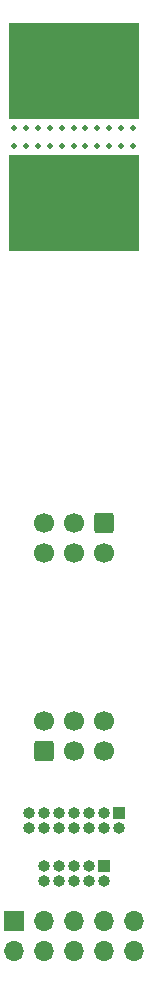
<source format=gbs>
G04 #@! TF.GenerationSoftware,KiCad,Pcbnew,7.0.10*
G04 #@! TF.CreationDate,2024-01-06T05:40:10+01:00*
G04 #@! TF.ProjectId,universal-tc2030,756e6976-6572-4736-916c-2d7463323033,rev?*
G04 #@! TF.SameCoordinates,Original*
G04 #@! TF.FileFunction,Soldermask,Bot*
G04 #@! TF.FilePolarity,Negative*
%FSLAX46Y46*%
G04 Gerber Fmt 4.6, Leading zero omitted, Abs format (unit mm)*
G04 Created by KiCad (PCBNEW 7.0.10) date 2024-01-06 05:40:10*
%MOMM*%
%LPD*%
G01*
G04 APERTURE LIST*
G04 Aperture macros list*
%AMRoundRect*
0 Rectangle with rounded corners*
0 $1 Rounding radius*
0 $2 $3 $4 $5 $6 $7 $8 $9 X,Y pos of 4 corners*
0 Add a 4 corners polygon primitive as box body*
4,1,4,$2,$3,$4,$5,$6,$7,$8,$9,$2,$3,0*
0 Add four circle primitives for the rounded corners*
1,1,$1+$1,$2,$3*
1,1,$1+$1,$4,$5*
1,1,$1+$1,$6,$7*
1,1,$1+$1,$8,$9*
0 Add four rect primitives between the rounded corners*
20,1,$1+$1,$2,$3,$4,$5,0*
20,1,$1+$1,$4,$5,$6,$7,0*
20,1,$1+$1,$6,$7,$8,$9,0*
20,1,$1+$1,$8,$9,$2,$3,0*%
G04 Aperture macros list end*
%ADD10R,1.700000X1.700000*%
%ADD11O,1.700000X1.700000*%
%ADD12C,0.500000*%
%ADD13R,1.000000X1.000000*%
%ADD14O,1.000000X1.000000*%
%ADD15RoundRect,0.250000X0.600000X-0.600000X0.600000X0.600000X-0.600000X0.600000X-0.600000X-0.600000X0*%
%ADD16C,1.700000*%
%ADD17R,11.000000X8.150000*%
%ADD18RoundRect,0.250000X-0.600000X0.600000X-0.600000X-0.600000X0.600000X-0.600000X0.600000X0.600000X0*%
G04 APERTURE END LIST*
G36*
X144500000Y-39350000D02*
G01*
X155500000Y-39350000D01*
X155500000Y-47500000D01*
X144500000Y-47500000D01*
X144500000Y-39350000D01*
G37*
D10*
X144920000Y-115330000D03*
D11*
X144920000Y-117870000D03*
X147460000Y-115330000D03*
X147460000Y-117870000D03*
X150000000Y-115330000D03*
X150000000Y-117870000D03*
X152540000Y-115330000D03*
X152540000Y-117870000D03*
X155080000Y-115330000D03*
X155080000Y-117870000D03*
D12*
X145000000Y-48250000D03*
X155000000Y-48250000D03*
X152000000Y-48250000D03*
X147000000Y-48250000D03*
X153000000Y-48250000D03*
X150000000Y-48250000D03*
X146000000Y-48250000D03*
X149000000Y-48250000D03*
X154000000Y-48250000D03*
X148000000Y-48250000D03*
X151000000Y-48250000D03*
X153000000Y-49750000D03*
X155000000Y-49750000D03*
X154000000Y-49750000D03*
X149000000Y-49750000D03*
X151000000Y-49750000D03*
X150000000Y-49750000D03*
X152000000Y-49750000D03*
X147000000Y-49750000D03*
X148000000Y-49750000D03*
X146000000Y-49750000D03*
X145000000Y-49750000D03*
D13*
X153810000Y-106230000D03*
D14*
X153810000Y-107500000D03*
X152540000Y-106230000D03*
X152540000Y-107500000D03*
X151270000Y-106230000D03*
X151270000Y-107500000D03*
X150000000Y-106230000D03*
X150000000Y-107500000D03*
X148730000Y-106230000D03*
X148730000Y-107500000D03*
X147460000Y-106230000D03*
X147460000Y-107500000D03*
X146190000Y-106230000D03*
X146190000Y-107500000D03*
D15*
X147460000Y-100950000D03*
D16*
X147460000Y-98410000D03*
X150000000Y-100950000D03*
X150000000Y-98410000D03*
X152540000Y-100950000D03*
X152540000Y-98410000D03*
D13*
X152540000Y-110680000D03*
D14*
X152540000Y-111950000D03*
X151270000Y-110680000D03*
X151270000Y-111950000D03*
X150000000Y-110680000D03*
X150000000Y-111950000D03*
X148730000Y-110680000D03*
X148730000Y-111950000D03*
X147460000Y-110680000D03*
X147460000Y-111950000D03*
D17*
X150000000Y-54575000D03*
D18*
X152540000Y-81710000D03*
D16*
X152540000Y-84250000D03*
X150000000Y-81710000D03*
X150000000Y-84250000D03*
X147460000Y-81710000D03*
X147460000Y-84250000D03*
M02*

</source>
